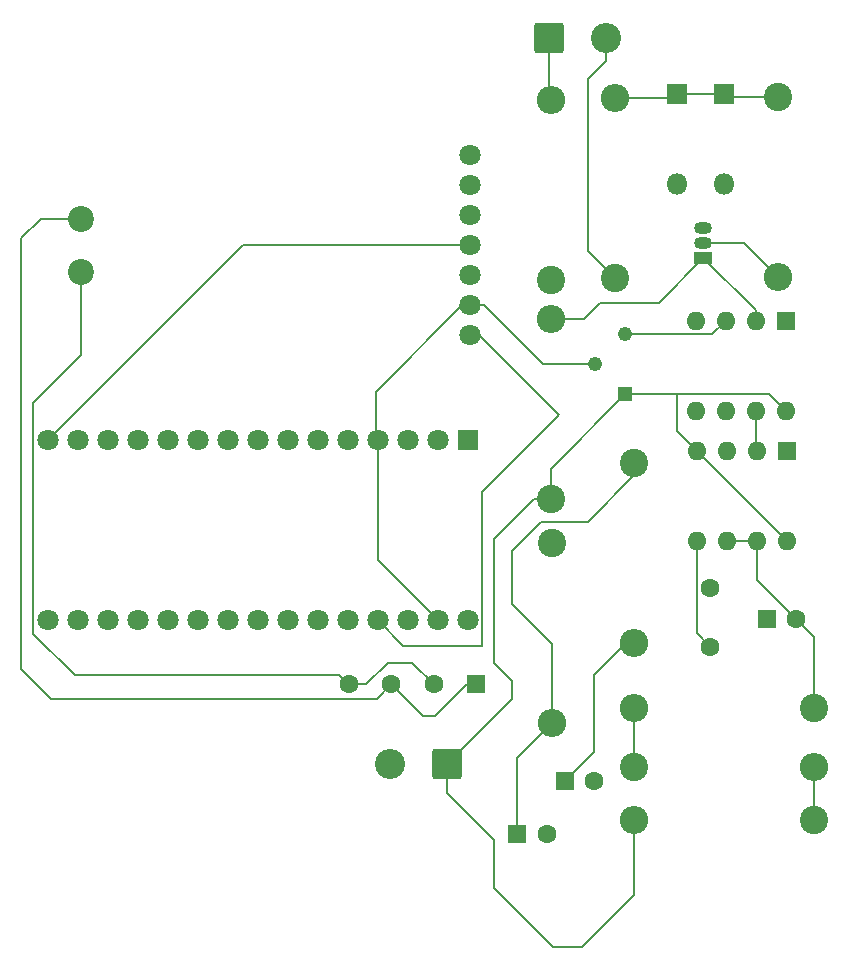
<source format=gbr>
%TF.GenerationSoftware,KiCad,Pcbnew,8.0.6*%
%TF.CreationDate,2025-02-01T10:41:25-07:00*%
%TF.ProjectId,Tachometerkicad,54616368-6f6d-4657-9465-726b69636164,rev?*%
%TF.SameCoordinates,Original*%
%TF.FileFunction,Copper,L1,Top*%
%TF.FilePolarity,Positive*%
%FSLAX46Y46*%
G04 Gerber Fmt 4.6, Leading zero omitted, Abs format (unit mm)*
G04 Created by KiCad (PCBNEW 8.0.6) date 2025-02-01 10:41:25*
%MOMM*%
%LPD*%
G01*
G04 APERTURE LIST*
G04 Aperture macros list*
%AMRoundRect*
0 Rectangle with rounded corners*
0 $1 Rounding radius*
0 $2 $3 $4 $5 $6 $7 $8 $9 X,Y pos of 4 corners*
0 Add a 4 corners polygon primitive as box body*
4,1,4,$2,$3,$4,$5,$6,$7,$8,$9,$2,$3,0*
0 Add four circle primitives for the rounded corners*
1,1,$1+$1,$2,$3*
1,1,$1+$1,$4,$5*
1,1,$1+$1,$6,$7*
1,1,$1+$1,$8,$9*
0 Add four rect primitives between the rounded corners*
20,1,$1+$1,$2,$3,$4,$5,0*
20,1,$1+$1,$4,$5,$6,$7,0*
20,1,$1+$1,$6,$7,$8,$9,0*
20,1,$1+$1,$8,$9,$2,$3,0*%
G04 Aperture macros list end*
%TA.AperFunction,ComponentPad*%
%ADD10R,1.600000X1.600000*%
%TD*%
%TA.AperFunction,ComponentPad*%
%ADD11C,1.600000*%
%TD*%
%TA.AperFunction,ComponentPad*%
%ADD12R,1.800000X1.800000*%
%TD*%
%TA.AperFunction,ComponentPad*%
%ADD13C,1.800000*%
%TD*%
%TA.AperFunction,ComponentPad*%
%ADD14C,2.400000*%
%TD*%
%TA.AperFunction,ComponentPad*%
%ADD15O,2.400000X2.400000*%
%TD*%
%TA.AperFunction,ComponentPad*%
%ADD16R,1.500000X1.050000*%
%TD*%
%TA.AperFunction,ComponentPad*%
%ADD17O,1.500000X1.050000*%
%TD*%
%TA.AperFunction,ComponentPad*%
%ADD18RoundRect,0.250000X0.550000X0.550000X-0.550000X0.550000X-0.550000X-0.550000X0.550000X-0.550000X0*%
%TD*%
%TA.AperFunction,ComponentPad*%
%ADD19R,1.222000X1.222000*%
%TD*%
%TA.AperFunction,ComponentPad*%
%ADD20C,1.222000*%
%TD*%
%TA.AperFunction,ComponentPad*%
%ADD21O,1.800000X1.800000*%
%TD*%
%TA.AperFunction,ComponentPad*%
%ADD22O,1.600000X1.600000*%
%TD*%
%TA.AperFunction,ComponentPad*%
%ADD23RoundRect,0.249999X1.025001X1.025001X-1.025001X1.025001X-1.025001X-1.025001X1.025001X-1.025001X0*%
%TD*%
%TA.AperFunction,ComponentPad*%
%ADD24C,2.550000*%
%TD*%
%TA.AperFunction,ComponentPad*%
%ADD25RoundRect,0.249999X-1.025001X-1.025001X1.025001X-1.025001X1.025001X1.025001X-1.025001X1.025001X0*%
%TD*%
%TA.AperFunction,ComponentPad*%
%ADD26C,2.200000*%
%TD*%
%TA.AperFunction,Conductor*%
%ADD27C,0.200000*%
%TD*%
G04 APERTURE END LIST*
D10*
%TO.P,C1,1*%
%TO.N,Net-(C1-Pad1)*%
X87500000Y-113500000D03*
D11*
%TO.P,C1,2*%
%TO.N,GND*%
X90000000Y-113500000D03*
%TD*%
D12*
%TO.P,UNIT_1,1,D1/TX*%
%TO.N,unconnected-(UNIT_1-D1{slash}TX-Pad1)*%
X83300000Y-80100000D03*
D13*
%TO.P,UNIT_1,2,D0/RX*%
%TO.N,N/C*%
X80760000Y-80100000D03*
%TO.P,UNIT_1,3,RESET*%
%TO.N,unconnected-(UNIT_1-RESET-Pad3)*%
X78220000Y-80100000D03*
%TO.P,UNIT_1,4,COM/GND*%
%TO.N,GND*%
X75680000Y-80100000D03*
%TO.P,UNIT_1,5,D2*%
%TO.N,unconnected-(UNIT_1-D2-Pad5)*%
X73140000Y-80100000D03*
%TO.P,UNIT_1,6,D3*%
%TO.N,unconnected-(UNIT_1-D3-Pad6)*%
X70600000Y-80100000D03*
%TO.P,UNIT_1,7,D4*%
%TO.N,unconnected-(UNIT_1-D4-Pad7)*%
X68060000Y-80100000D03*
%TO.P,UNIT_1,8,D5*%
%TO.N,unconnected-(UNIT_1-D5-Pad8)*%
X65520000Y-80100000D03*
%TO.P,UNIT_1,9,D6*%
%TO.N,unconnected-(UNIT_1-D6-Pad9)*%
X62980000Y-80100000D03*
%TO.P,UNIT_1,10,D7*%
%TO.N,unconnected-(UNIT_1-D7-Pad10)*%
X60440000Y-80100000D03*
%TO.P,UNIT_1,11,D8*%
%TO.N,unconnected-(UNIT_1-D8-Pad11)*%
X57900000Y-80100000D03*
%TO.P,UNIT_1,12,D9*%
%TO.N,unconnected-(UNIT_1-D9-Pad12)*%
X55360000Y-80100000D03*
%TO.P,UNIT_1,13,D10*%
%TO.N,unconnected-(UNIT_1-D10-Pad13)*%
X52820000Y-80100000D03*
%TO.P,UNIT_1,14,D11/MOSI*%
%TO.N,SI*%
X50280000Y-80100000D03*
%TO.P,UNIT_1,15,D12/MISO*%
%TO.N,SO*%
X47740000Y-80100000D03*
%TO.P,UNIT_1,16,D13/SCK*%
%TO.N,SCK*%
X47740000Y-95340000D03*
%TO.P,UNIT_1,17,3V3*%
%TO.N,+3V*%
X50280000Y-95340000D03*
%TO.P,UNIT_1,18,AREF*%
%TO.N,unconnected-(UNIT_1-AREF-Pad18)*%
X52820000Y-95340000D03*
%TO.P,UNIT_1,19,A0*%
%TO.N,arduino input*%
X55360000Y-95340000D03*
%TO.P,UNIT_1,20,A1*%
%TO.N,unconnected-(UNIT_1-A1-Pad20)*%
X57900000Y-95340000D03*
%TO.P,UNIT_1,21,A2*%
%TO.N,unconnected-(UNIT_1-A2-Pad21)*%
X60440000Y-95340000D03*
%TO.P,UNIT_1,22,A3*%
%TO.N,unconnected-(UNIT_1-A3-Pad22)*%
X62980000Y-95340000D03*
%TO.P,UNIT_1,23,A4*%
%TO.N,SDA*%
X65520000Y-95340000D03*
%TO.P,UNIT_1,24,A5*%
%TO.N,SCL*%
X68060000Y-95340000D03*
%TO.P,UNIT_1,25,A6*%
%TO.N,unconnected-(UNIT_1-A6-Pad25)*%
X70600000Y-95340000D03*
%TO.P,UNIT_1,26,A7*%
%TO.N,unconnected-(UNIT_1-A7-Pad26)*%
X73140000Y-95340000D03*
%TO.P,UNIT_1,27,+5V*%
%TO.N,+5V*%
X75680000Y-95340000D03*
%TO.P,UNIT_1,28,RESET*%
%TO.N,unconnected-(UNIT_1-RESET-Pad28)*%
X78220000Y-95340000D03*
%TO.P,UNIT_1,29,COM/GND*%
%TO.N,GND*%
X80760000Y-95340000D03*
%TO.P,UNIT_1,30,VIN*%
%TO.N,unconnected-(UNIT_1-VIN-Pad30)*%
X83300000Y-95340000D03*
%TD*%
D14*
%TO.P,R6,1*%
%TO.N,Net-(R4-Pad2)*%
X112620000Y-112300000D03*
D15*
%TO.P,R6,2*%
%TO.N,+5v*%
X97380000Y-112300000D03*
%TD*%
D16*
%TO.P,Q1,1,C*%
%TO.N,Comparator input*%
X103250000Y-64700000D03*
D17*
%TO.P,Q1,2,B*%
%TO.N,Net-(Q1-B)*%
X103250000Y-63430000D03*
%TO.P,Q1,3,E*%
%TO.N,GND*%
X103250000Y-62160000D03*
%TD*%
D10*
%TO.P,C3,1*%
%TO.N,GND*%
X108614888Y-95280000D03*
D11*
%TO.P,C3,2*%
%TO.N,Net-(U1-DIS)*%
X111114888Y-95280000D03*
%TD*%
D14*
%TO.P,R10,1*%
%TO.N,555 input*%
X90300000Y-66520000D03*
D15*
%TO.P,R10,2*%
%TO.N,GND*%
X90300000Y-51280000D03*
%TD*%
D14*
%TO.P,R11,1*%
%TO.N,Net-(C1-Pad1)*%
X97400000Y-82080000D03*
D15*
%TO.P,R11,2*%
%TO.N,arduino input*%
X97400000Y-97320000D03*
%TD*%
D18*
%TO.P,J4,1,Pin_1*%
%TO.N,Low*%
X84000000Y-100800000D03*
D11*
%TO.P,J4,2,Pin_2*%
%TO.N,High*%
X80400000Y-100800000D03*
%TO.P,J4,3,Pin_3*%
%TO.N,Low*%
X76800000Y-100800000D03*
%TO.P,J4,4,Pin_4*%
%TO.N,High*%
X73200000Y-100800000D03*
%TD*%
D14*
%TO.P,R1,1*%
%TO.N,Possitive*%
X95800000Y-66420000D03*
D15*
%TO.P,R1,2*%
%TO.N,Net-(D1-K)*%
X95800000Y-51180000D03*
%TD*%
D19*
%TO.P,VR1,1*%
%TO.N,+5v*%
X96600000Y-76240000D03*
D20*
%TO.P,VR1,2*%
%TO.N,GND*%
X94060000Y-73700000D03*
%TO.P,VR1,3*%
%TO.N,Net-(U2--)*%
X96600000Y-71160000D03*
%TD*%
D14*
%TO.P,R7,1*%
%TO.N,Net-(U1-DIS)*%
X112620000Y-102800000D03*
D15*
%TO.P,R7,2*%
%TO.N,Net-(R4-Pad1)*%
X97380000Y-102800000D03*
%TD*%
D12*
%TO.P,D2,1,K*%
%TO.N,Net-(D1-K)*%
X101000000Y-50795000D03*
D21*
%TO.P,D2,2,A*%
%TO.N,GND*%
X101000000Y-58415000D03*
%TD*%
D14*
%TO.P,R2,1*%
%TO.N,Net-(D1-K)*%
X109600000Y-51080000D03*
D15*
%TO.P,R2,2*%
%TO.N,Net-(Q1-B)*%
X109600000Y-66320000D03*
%TD*%
D14*
%TO.P,R3,1*%
%TO.N,+5v*%
X90300000Y-85120000D03*
D15*
%TO.P,R3,2*%
%TO.N,Comparator input*%
X90300000Y-69880000D03*
%TD*%
D10*
%TO.P,U1,1,GND*%
%TO.N,GND*%
X110300000Y-81000000D03*
D22*
%TO.P,U1,2,TR*%
%TO.N,555 input*%
X107760000Y-81000000D03*
%TO.P,U1,3,Q*%
%TO.N,555 output*%
X105220000Y-81000000D03*
%TO.P,U1,4,R*%
%TO.N,+5v*%
X102680000Y-81000000D03*
%TO.P,U1,5,CV*%
%TO.N,Net-(U1-CV)*%
X102680000Y-88620000D03*
%TO.P,U1,6,THR*%
%TO.N,Net-(U1-DIS)*%
X105220000Y-88620000D03*
%TO.P,U1,7,DIS*%
X107760000Y-88620000D03*
%TO.P,U1,8,VCC*%
%TO.N,+5v*%
X110300000Y-88620000D03*
%TD*%
D23*
%TO.P,J3,1,Pin_1*%
%TO.N,+5v*%
X81500000Y-107500000D03*
D24*
%TO.P,J3,2,Pin_2*%
%TO.N,GND*%
X76700000Y-107500000D03*
%TD*%
D25*
%TO.P,J1,1,Pin_1*%
%TO.N,GND*%
X90200000Y-46100000D03*
D24*
%TO.P,J1,2,Pin_2*%
%TO.N,Possitive*%
X95000000Y-46100000D03*
%TD*%
D14*
%TO.P,R4,1*%
%TO.N,Net-(R4-Pad1)*%
X97380000Y-107800000D03*
D15*
%TO.P,R4,2*%
%TO.N,Net-(R4-Pad2)*%
X112620000Y-107800000D03*
%TD*%
D11*
%TO.P,C4,1*%
%TO.N,Net-(U1-CV)*%
X103820000Y-97600000D03*
%TO.P,C4,2*%
%TO.N,GND*%
X103820000Y-92600000D03*
%TD*%
D10*
%TO.P,U2,1,GND*%
%TO.N,GND*%
X110200000Y-70000000D03*
D22*
%TO.P,U2,2,+*%
%TO.N,Comparator input*%
X107660000Y-70000000D03*
%TO.P,U2,3,-*%
%TO.N,Net-(U2--)*%
X105120000Y-70000000D03*
%TO.P,U2,4,V-*%
%TO.N,GND*%
X102580000Y-70000000D03*
%TO.P,U2,5,BAL*%
%TO.N,unconnected-(U2-BAL-Pad5)*%
X102580000Y-77620000D03*
%TO.P,U2,6,STRB*%
%TO.N,unconnected-(U2-STRB-Pad6)*%
X105120000Y-77620000D03*
%TO.P,U2,7*%
%TO.N,555 input*%
X107660000Y-77620000D03*
%TO.P,U2,8,V+*%
%TO.N,+5v*%
X110200000Y-77620000D03*
%TD*%
D10*
%TO.P,C2,1*%
%TO.N,arduino input*%
X91500000Y-109000000D03*
D11*
%TO.P,C2,2*%
%TO.N,GND*%
X94000000Y-109000000D03*
%TD*%
D13*
%TO.P,UNIT_2,1,INT*%
%TO.N,unconnected-(UNIT_2-INT-Pad1)*%
X83500000Y-55980000D03*
%TO.P,UNIT_2,2,SCK*%
%TO.N,SCK*%
X83500000Y-58520000D03*
%TO.P,UNIT_2,3,SI*%
%TO.N,SI*%
X83500000Y-61060000D03*
%TO.P,UNIT_2,4,SO*%
%TO.N,SO*%
X83500000Y-63600000D03*
%TO.P,UNIT_2,5,CS*%
%TO.N,CS*%
X83500000Y-66140000D03*
%TO.P,UNIT_2,6,GND*%
%TO.N,GND*%
X83500000Y-68680000D03*
%TO.P,UNIT_2,7,VCC*%
%TO.N,+5V*%
X83500000Y-71220000D03*
D26*
%TO.P,UNIT_2,8,High_CAN*%
%TO.N,High*%
X50560000Y-65850000D03*
%TO.P,UNIT_2,9,Low_CAN*%
%TO.N,Low*%
X50560000Y-61350000D03*
%TD*%
D14*
%TO.P,R5,1*%
%TO.N,555 output*%
X90400000Y-88780000D03*
D15*
%TO.P,R5,2*%
%TO.N,Net-(C1-Pad1)*%
X90400000Y-104020000D03*
%TD*%
D12*
%TO.P,D1,1,K*%
%TO.N,Net-(D1-K)*%
X105000000Y-50790000D03*
D21*
%TO.P,D1,2,A*%
%TO.N,GND*%
X105000000Y-58410000D03*
%TD*%
D27*
%TO.N,SO*%
X64240000Y-63600000D02*
X47740000Y-80100000D01*
X83500000Y-63600000D02*
X64240000Y-63600000D01*
%TO.N,High*%
X50000000Y-100000000D02*
X72400000Y-100000000D01*
X46500000Y-96500000D02*
X50000000Y-100000000D01*
X46500000Y-77000000D02*
X46500000Y-96500000D01*
X72400000Y-100000000D02*
X73200000Y-100800000D01*
X50560000Y-72940000D02*
X46500000Y-77000000D01*
X50560000Y-65850000D02*
X50560000Y-72940000D01*
%TO.N,Low*%
X47150000Y-61350000D02*
X50560000Y-61350000D01*
X45500000Y-99500000D02*
X45500000Y-63000000D01*
X48000000Y-102000000D02*
X45500000Y-99500000D01*
X75600000Y-102000000D02*
X48000000Y-102000000D01*
X45500000Y-63000000D02*
X47150000Y-61350000D01*
X76800000Y-100800000D02*
X75600000Y-102000000D01*
%TO.N,GND*%
X75680000Y-90260000D02*
X80760000Y-95340000D01*
X75680000Y-80100000D02*
X75680000Y-90260000D01*
X75500000Y-79920000D02*
X75680000Y-80100000D01*
X82820000Y-68680000D02*
X75500000Y-76000000D01*
X75500000Y-76000000D02*
X75500000Y-79920000D01*
X83500000Y-68680000D02*
X82820000Y-68680000D01*
%TO.N,+5V*%
X77840000Y-97500000D02*
X75680000Y-95340000D01*
X91000000Y-78000000D02*
X84500000Y-84500000D01*
X84220000Y-71220000D02*
X91000000Y-78000000D01*
X84500000Y-97500000D02*
X77840000Y-97500000D01*
X84500000Y-84500000D02*
X84500000Y-97500000D01*
X83500000Y-71220000D02*
X84220000Y-71220000D01*
%TO.N,GND*%
X89700000Y-73700000D02*
X94060000Y-73700000D01*
X84680000Y-68680000D02*
X89700000Y-73700000D01*
X83500000Y-68680000D02*
X84680000Y-68680000D01*
%TO.N,High*%
X78600000Y-99000000D02*
X80400000Y-100800000D01*
X76500000Y-99000000D02*
X78600000Y-99000000D01*
X74700000Y-100800000D02*
X76500000Y-99000000D01*
X73200000Y-100800000D02*
X74700000Y-100800000D01*
%TO.N,Low*%
X79500000Y-103500000D02*
X76800000Y-100800000D01*
X80500000Y-103500000D02*
X79500000Y-103500000D01*
X83200000Y-100800000D02*
X80500000Y-103500000D01*
X84000000Y-100800000D02*
X83200000Y-100800000D01*
%TO.N,arduino input*%
X96680000Y-97320000D02*
X97400000Y-97320000D01*
X94000000Y-100000000D02*
X96680000Y-97320000D01*
X94000000Y-106500000D02*
X94000000Y-100000000D01*
X91500000Y-109000000D02*
X94000000Y-106500000D01*
%TO.N,Net-(C1-Pad1)*%
X90400000Y-104100000D02*
X87500000Y-107000000D01*
X90400000Y-104020000D02*
X90400000Y-104100000D01*
X87500000Y-107000000D02*
X87500000Y-113500000D01*
%TO.N,Net-(U1-CV)*%
X103820000Y-97600000D02*
X102680000Y-96460000D01*
X102680000Y-96460000D02*
X102680000Y-88620000D01*
%TO.N,+5v*%
X90300000Y-82540000D02*
X96600000Y-76240000D01*
X90300000Y-85120000D02*
X90300000Y-82540000D01*
X81500000Y-110000000D02*
X81500000Y-107500000D01*
X85500000Y-118000000D02*
X85500000Y-114000000D01*
X90500000Y-123000000D02*
X85500000Y-118000000D01*
X93000000Y-123000000D02*
X90500000Y-123000000D01*
X97380000Y-118620000D02*
X93000000Y-123000000D01*
X85500000Y-114000000D02*
X81500000Y-110000000D01*
X97380000Y-112300000D02*
X97380000Y-118620000D01*
X87000000Y-102000000D02*
X81500000Y-107500000D01*
X87000000Y-100500000D02*
X87000000Y-102000000D01*
X85500000Y-99000000D02*
X87000000Y-100500000D01*
X85500000Y-88500000D02*
X85500000Y-99000000D01*
X88880000Y-85120000D02*
X85500000Y-88500000D01*
X90300000Y-85120000D02*
X88880000Y-85120000D01*
%TO.N,Net-(C1-Pad1)*%
X93500000Y-87000000D02*
X97400000Y-83100000D01*
X87000000Y-89500000D02*
X89500000Y-87000000D01*
X87000000Y-94000000D02*
X87000000Y-89500000D01*
X90400000Y-97400000D02*
X87000000Y-94000000D01*
X90400000Y-104020000D02*
X90400000Y-97400000D01*
X89500000Y-87000000D02*
X93500000Y-87000000D01*
X97400000Y-83100000D02*
X97400000Y-82080000D01*
%TO.N,Net-(R4-Pad2)*%
X112620000Y-107800000D02*
X112620000Y-112300000D01*
%TO.N,Net-(R4-Pad1)*%
X97380000Y-102800000D02*
X97380000Y-107800000D01*
%TO.N,Net-(U1-DIS)*%
X107760000Y-88620000D02*
X105220000Y-88620000D01*
X112620000Y-96785112D02*
X112620000Y-102800000D01*
X111114888Y-95280000D02*
X112620000Y-96785112D01*
X107760000Y-91925112D02*
X111114888Y-95280000D01*
X107760000Y-88620000D02*
X107760000Y-91925112D01*
%TO.N,555 input*%
X107660000Y-80900000D02*
X107760000Y-81000000D01*
X107660000Y-77620000D02*
X107660000Y-80900000D01*
%TO.N,+5v*%
X102680000Y-81000000D02*
X110300000Y-88620000D01*
X101000000Y-76240000D02*
X101000000Y-79320000D01*
X101000000Y-79320000D02*
X102680000Y-81000000D01*
X101000000Y-76240000D02*
X96600000Y-76240000D01*
X108820000Y-76240000D02*
X101000000Y-76240000D01*
X110200000Y-77620000D02*
X108820000Y-76240000D01*
%TO.N,Net-(U2--)*%
X103960000Y-71160000D02*
X96600000Y-71160000D01*
X105120000Y-70000000D02*
X103960000Y-71160000D01*
%TO.N,Comparator input*%
X93120000Y-69880000D02*
X90300000Y-69880000D01*
X94500000Y-68500000D02*
X93120000Y-69880000D01*
X99450000Y-68500000D02*
X94500000Y-68500000D01*
X103250000Y-64700000D02*
X99450000Y-68500000D01*
X107660000Y-69110000D02*
X107660000Y-70000000D01*
X103250000Y-64700000D02*
X107660000Y-69110000D01*
%TO.N,Net-(Q1-B)*%
X106710000Y-63430000D02*
X103250000Y-63430000D01*
X109600000Y-66320000D02*
X106710000Y-63430000D01*
%TO.N,GND*%
X90200000Y-51180000D02*
X90300000Y-51280000D01*
X90200000Y-46100000D02*
X90200000Y-51180000D01*
%TO.N,Net-(D1-K)*%
X105290000Y-51080000D02*
X109600000Y-51080000D01*
X105000000Y-50790000D02*
X105290000Y-51080000D01*
X101005000Y-50790000D02*
X105000000Y-50790000D01*
X101000000Y-50795000D02*
X101005000Y-50790000D01*
X100615000Y-51180000D02*
X101000000Y-50795000D01*
X95800000Y-51180000D02*
X100615000Y-51180000D01*
%TO.N,Possitive*%
X93500000Y-64120000D02*
X95800000Y-66420000D01*
X93500000Y-49500000D02*
X93500000Y-64120000D01*
X95000000Y-48000000D02*
X93500000Y-49500000D01*
X95000000Y-46100000D02*
X95000000Y-48000000D01*
%TD*%
M02*

</source>
